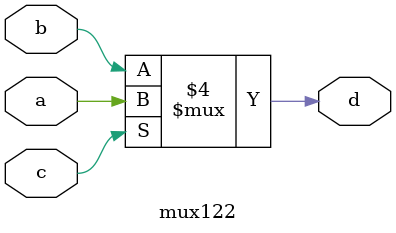
<source format=sv>
module mux122 (
    input a,
    input b,
    input c,
    output d
);
    always_comb begin
	 
        if (c == 1'b1) begin
            d = a;
        end
        else begin
            d = b;
        end
    end
endmodule

</source>
